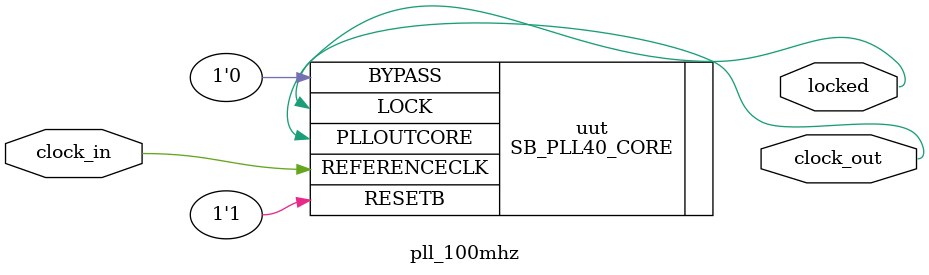
<source format=v>
/**
 * PLL configuration
 *
 * This Verilog module was generated automatically
 * using the icepll tool from the IceStorm project.
 * Use at your own risk.
 *
 * Given input frequency:        16.000 MHz
 * Requested output frequency:  100.000 MHz
 * Achieved output frequency:   100.000 MHz
 */

module pll_100mhz(
	input  clock_in,
	output clock_out,
	output locked
	);

SB_PLL40_CORE #(
		.FEEDBACK_PATH("SIMPLE"),
		.DIVR(4'b0000),		// DIVR =  0
		.DIVF(7'b0110001),	// DIVF = 49
		.DIVQ(3'b011),		// DIVQ =  3
		.FILTER_RANGE(3'b001)	// FILTER_RANGE = 1
	) uut (
		.LOCK(locked),
		.RESETB(1'b1),
		.BYPASS(1'b0),
		.REFERENCECLK(clock_in),
		.PLLOUTCORE(clock_out)
		);

endmodule

</source>
